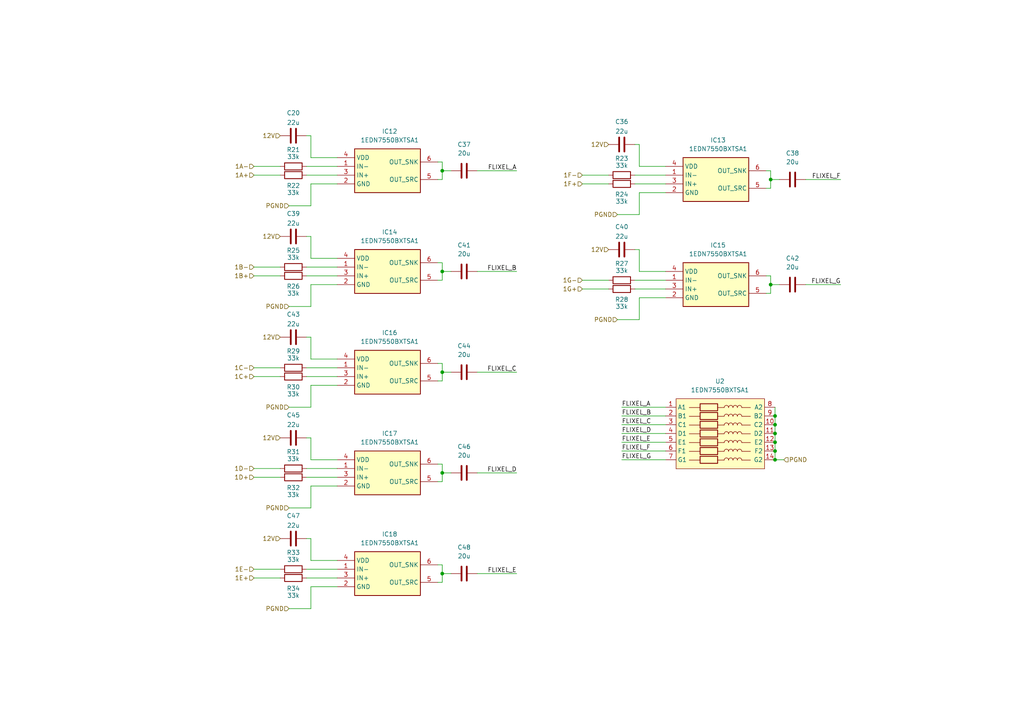
<source format=kicad_sch>
(kicad_sch (version 20250114) (generator "eeschema") (generator_version "9.0")
  (paper "A4")
  (lib_symbols
    (symbol "1EDN7550BXTSA1:1EDN7550BXTSA1"
      (property "Reference" "IC3" (at 15.24 7.62 0))
      (property "Value" "1EDN7550BXTSA1" (at 15.24 5.08 0))
      (symbol "1EDN7550BXTSA1_1_1"
        (rectangle (start 5.08 2.54) (end 24.13 -10.16) (stroke (width 0.254)) (fill (type background)))
        (pin bidirectional line (at 0 0 0) (length 5.08) (name "VDD") (number "4"))
        (pin bidirectional line (at 0 -2.54 0) (length 5.08) (name "IN-") (number "1"))
        (pin bidirectional line (at 0 -5.08 0) (length 5.08) (name "IN+") (number "3"))
        (pin bidirectional line (at 0 -7.62 0) (length 5.08) (name "GND") (number "2"))
        (pin output line (at 29.21 -1.27 180) (length 5.08) (name "OUT_SNK") (number "6"))
        (pin output line (at 29.21 -6.35 180) (length 5.08) (name "OUT_SRC") (number "5"))
      )
    )
    (symbol "Device:C" (pin_numbers (hide yes)) (pin_names (offset 0.254))
      (property "Reference" "C" (at 0.635 2.54 0))
      (property "Value" "C" (at 0.635 -2.54 0))
      (symbol "C_0_1"
        (polyline (pts (xy -2.032 0.762) (xy 2.032 0.762)) (stroke (width 0.508)))
        (polyline (pts (xy -2.032 -0.762) (xy 2.032 -0.762)) (stroke (width 0.508)))
      )
      (symbol "C_1_1"
        (pin passive line (at 0 3.81 270) (length 2.794) (name "~") (number "1"))
        (pin passive line (at 0 -3.81 90) (length 2.794) (name "~") (number "2"))
      )
    )
    (symbol "Device:R" (pin_numbers (hide yes)) (pin_names (offset 0))
      (property "Reference" "R" (at 2.032 0 90))
      (property "Value" "R" (at 0 0 90))
      (symbol "R_0_1"
        (rectangle (start -1.016 -2.54) (end 1.016 2.54) (stroke (width 0.254)))
      )
      (symbol "R_1_1"
        (pin passive line (at 0 3.81 270) (length 1.27) (name "~") (number "1"))
        (pin passive line (at 0 -3.81 90) (length 1.27) (name "~") (number "2"))
      )
    )
    (symbol "flipdot_7xarray:flipdot_7xarray"
      (property "Reference" "U1" (at -2.0107 3.7147 0))
      (property "Value" "~" (at -2.0107 1.1747 0))
      (symbol "flipdot_7xarray_0_1"
        (polyline (pts (xy -10.9259 -3.9053) (xy -7.7498 -3.9052)))
        (polyline (pts (xy -10.9259 -6.4453) (xy -7.7498 -6.4452)))
        (polyline (pts (xy -10.9259 -8.9853) (xy -7.7498 -8.9852)))
        (polyline (pts (xy -10.9259 -11.5253) (xy -7.7498 -11.5252)))
        (polyline (pts (xy -10.9259 -14.0653) (xy -7.7498 -14.0652)))
        (polyline (pts (xy -10.9259 -16.6053) (xy -7.7498 -16.6052)))
        (polyline (pts (xy -10.9259 -19.1453) (xy -7.7498 -19.1452)))
        (rectangle (start -7.7543 -2.8088) (end -2.6743 -4.8408) (stroke (width 0.254)))
        (rectangle (start -7.7543 -5.3488) (end -2.6743 -7.3808) (stroke (width 0.254)))
        (rectangle (start -7.7543 -7.8888) (end -2.6743 -9.9208) (stroke (width 0.254)))
        (rectangle (start -7.7543 -10.4288) (end -2.6743 -12.4608) (stroke (width 0.254)))
        (rectangle (start -7.7543 -12.9688) (end -2.6743 -15.0008) (stroke (width 0.254)))
        (rectangle (start -7.7543 -15.5088) (end -2.6743 -17.5408) (stroke (width 0.254)))
        (rectangle (start -7.7543 -18.0488) (end -2.6743 -20.0808) (stroke (width 0.254)))
        (polyline (pts (xy -2.6873 -3.911) (xy -0.7658 -3.8949)))
        (polyline (pts (xy -2.6873 -6.451) (xy -0.7658 -6.4349)))
        (polyline (pts (xy -2.6873 -8.991) (xy -0.7658 -8.9749)))
        (polyline (pts (xy -2.6873 -11.531) (xy -0.7658 -11.5149)))
        (polyline (pts (xy -2.6873 -14.071) (xy -0.7658 -14.0549)))
        (polyline (pts (xy -2.6873 -16.611) (xy -0.7658 -16.5949)))
        (polyline (pts (xy -2.6873 -19.151) (xy -0.7658 -19.1349)))
        (arc (start -0.7659 -3.9053) (mid -0.1309 -3.273) (end 0.5041 -3.9053))
        (arc (start -0.7659 -6.4453) (mid -0.1309 -5.813) (end 0.5041 -6.4453))
        (arc (start -0.7659 -8.9853) (mid -0.1309 -8.353) (end 0.5041 -8.9853))
        (arc (start -0.7659 -11.5253) (mid -0.1309 -10.893) (end 0.5041 -11.5253))
        (arc (start -0.7659 -14.0653) (mid -0.1309 -13.433) (end 0.5041 -14.0653))
        (arc (start -0.7659 -16.6053) (mid -0.1309 -15.973) (end 0.5041 -16.6053))
        (arc (start -0.7659 -19.1453) (mid -0.1309 -18.513) (end 0.5041 -19.1453))
        (arc (start 0.5041 -3.9053) (mid 1.1391 -3.273) (end 1.7741 -3.9053))
        (arc (start 0.5041 -6.4453) (mid 1.1391 -5.813) (end 1.7741 -6.4453))
        (arc (start 0.5041 -8.9853) (mid 1.1391 -8.353) (end 1.7741 -8.9853))
        (arc (start 0.5041 -11.5253) (mid 1.1391 -10.893) (end 1.7741 -11.5253))
        (arc (start 0.5041 -14.0653) (mid 1.1391 -13.433) (end 1.7741 -14.0653))
        (arc (start 0.5041 -16.6053) (mid 1.1391 -15.973) (end 1.7741 -16.6053))
        (arc (start 0.5041 -19.1453) (mid 1.1391 -18.513) (end 1.7741 -19.1453))
        (arc (start 1.7741 -3.9053) (mid 2.4091 -3.273) (end 3.0441 -3.9053))
        (arc (start 1.7741 -6.4453) (mid 2.4091 -5.813) (end 3.0441 -6.4453))
        (arc (start 1.7741 -8.9853) (mid 2.4091 -8.353) (end 3.0441 -8.9853))
        (arc (start 1.7741 -11.5253) (mid 2.4091 -10.893) (end 3.0441 -11.5253))
        (arc (start 1.7741 -14.0653) (mid 2.4091 -13.433) (end 3.0441 -14.0653))
        (arc (start 1.7741 -16.6053) (mid 2.4091 -15.973) (end 3.0441 -16.6053))
        (arc (start 1.7741 -19.1453) (mid 2.4091 -18.513) (end 3.0441 -19.1453))
        (arc (start 3.0441 -3.9053) (mid 3.6791 -3.273) (end 4.3141 -3.9053))
        (arc (start 3.0441 -6.4453) (mid 3.6791 -5.813) (end 4.3141 -6.4453))
        (arc (start 3.0441 -8.9853) (mid 3.6791 -8.353) (end 4.3141 -8.9853))
        (arc (start 3.0441 -11.5253) (mid 3.6791 -10.893) (end 4.3141 -11.5253))
        (arc (start 3.0441 -14.0653) (mid 3.6791 -13.433) (end 4.3141 -14.0653))
        (arc (start 3.0441 -16.6053) (mid 3.6791 -15.973) (end 4.3141 -16.6053))
        (arc (start 3.0441 -19.1453) (mid 3.6791 -18.513) (end 4.3141 -19.1453))
        (polyline (pts (xy 4.3141 -3.9053) (xy 6.8541 -3.9053)))
        (polyline (pts (xy 4.3141 -6.4453) (xy 6.8541 -6.4453)))
        (polyline (pts (xy 4.3141 -8.9853) (xy 6.8541 -8.9853)))
        (polyline (pts (xy 4.3141 -11.5253) (xy 6.8541 -11.5253)))
        (polyline (pts (xy 4.3141 -14.0653) (xy 6.8541 -14.0653)))
        (polyline (pts (xy 4.3141 -16.6053) (xy 6.8541 -16.6053)))
        (polyline (pts (xy 4.3141 -19.1453) (xy 6.8541 -19.1453)))
      )
      (symbol "flipdot_7xarray_1_1"
        (rectangle (start -14.7359 -1.3653) (end 10.9477 -21.6853) (fill (type background)))
        (pin passive line (at -17.78 -3.81 0) (length 3) (name "A1") (number "1"))
        (pin passive line (at -17.78 -6.35 0) (length 3) (name "B1") (number "2"))
        (pin passive line (at -17.78 -8.89 0) (length 3) (name "C1") (number "3"))
        (pin passive line (at -17.78 -11.43 0) (length 3) (name "D1") (number "4"))
        (pin passive line (at -17.78 -13.97 0) (length 3) (name "E1") (number "5"))
        (pin passive line (at -17.78 -16.51 0) (length 3) (name "F1") (number "6"))
        (pin passive line (at -17.78 -19.05 0) (length 3) (name "G1") (number "7"))
        (pin passive line (at 13.97 -3.81 180) (length 3) (name "A2") (number "8"))
        (pin passive line (at 13.97 -6.35 180) (length 3) (name "B2") (number "9"))
        (pin passive line (at 13.97 -8.89 180) (length 3) (name "C2") (number "10"))
        (pin passive line (at 13.97 -11.43 180) (length 3) (name "D2") (number "11"))
        (pin passive line (at 13.97 -13.97 180) (length 3) (name "E2") (number "12"))
        (pin passive line (at 13.97 -16.51 180) (length 3) (name "F2") (number "13"))
        (pin passive line (at 13.97 -19.05 180) (length 3) (name "G2") (number "14"))
      )
    )
  )
  (junction (at 128.27 49.53))
  (junction (at 128.27 78.74))
  (junction (at 128.27 137.16))
  (junction (at 224.79 123.19))
  (junction (at 224.79 130.81))
  (junction (at 223.52 52.07))
  (junction (at 224.79 128.27))
  (junction (at 224.79 125.73))
  (junction (at 223.52 82.55))
  (junction (at 128.27 166.37))
  (junction (at 128.27 107.95))
  (junction (at 224.79 133.35))
  (junction (at 224.79 120.65))
  (wire (pts (xy 73.66 48.26) (xy 81.28 48.26)))
  (wire (pts (xy 138.43 107.95) (xy 149.86 107.95)))
  (wire (pts (xy 193.04 55.88) (xy 185.42 55.88)))
  (wire (pts (xy 222.25 80.01) (xy 223.52 80.01)))
  (wire (pts (xy 90.17 82.55) (xy 90.17 88.9)))
  (wire (pts (xy 127 163.83) (xy 128.27 163.83)))
  (wire (pts (xy 138.43 49.53) (xy 149.86 49.53)))
  (wire (pts (xy 73.66 80.01) (xy 81.28 80.01)))
  (wire (pts (xy 224.79 128.27) (xy 224.79 130.81)))
  (wire (pts (xy 83.82 118.11) (xy 90.17 118.11)))
  (wire (pts (xy 73.66 167.64) (xy 81.28 167.64)))
  (wire (pts (xy 184.15 81.28) (xy 193.04 81.28)))
  (wire (pts (xy 73.66 106.68) (xy 81.28 106.68)))
  (wire (pts (xy 88.9 48.26) (xy 97.79 48.26)))
  (wire (pts (xy 88.9 138.43) (xy 97.79 138.43)))
  (wire (pts (xy 73.66 77.47) (xy 81.28 77.47)))
  (wire (pts (xy 88.9 68.58) (xy 90.17 68.58)))
  (wire (pts (xy 88.9 109.22) (xy 97.79 109.22)))
  (wire (pts (xy 233.68 52.07) (xy 243.84 52.07)))
  (wire (pts (xy 127 168.91) (xy 128.27 168.91)))
  (wire (pts (xy 224.79 123.19) (xy 224.79 125.73)))
  (wire (pts (xy 128.27 107.95) (xy 128.27 110.49)))
  (wire (pts (xy 88.9 80.01) (xy 97.79 80.01)))
  (wire (pts (xy 224.79 120.65) (xy 224.79 123.19)))
  (wire (pts (xy 233.68 82.55) (xy 243.84 82.55)))
  (wire (pts (xy 127 110.49) (xy 128.27 110.49)))
  (wire (pts (xy 127 134.62) (xy 128.27 134.62)))
  (wire (pts (xy 88.9 39.37) (xy 90.17 39.37)))
  (wire (pts (xy 97.79 82.55) (xy 90.17 82.55)))
  (wire (pts (xy 88.9 156.21) (xy 90.17 156.21)))
  (wire (pts (xy 88.9 97.79) (xy 90.17 97.79)))
  (wire (pts (xy 185.42 78.74) (xy 193.04 78.74)))
  (wire (pts (xy 128.27 166.37) (xy 128.27 168.91)))
  (wire (pts (xy 128.27 163.83) (xy 128.27 166.37)))
  (wire (pts (xy 180.34 130.81) (xy 193.04 130.81)))
  (wire (pts (xy 223.52 52.07) (xy 226.06 52.07)))
  (wire (pts (xy 223.52 82.55) (xy 223.52 85.09)))
  (wire (pts (xy 90.17 140.97) (xy 90.17 147.32)))
  (wire (pts (xy 168.91 83.82) (xy 176.53 83.82)))
  (wire (pts (xy 222.25 54.61) (xy 223.52 54.61)))
  (wire (pts (xy 83.82 147.32) (xy 90.17 147.32)))
  (wire (pts (xy 184.15 83.82) (xy 193.04 83.82)))
  (wire (pts (xy 127 139.7) (xy 128.27 139.7)))
  (wire (pts (xy 128.27 49.53) (xy 128.27 52.07)))
  (wire (pts (xy 224.79 133.35) (xy 227.33 133.35)))
  (wire (pts (xy 180.34 118.11) (xy 193.04 118.11)))
  (wire (pts (xy 73.66 135.89) (xy 81.28 135.89)))
  (wire (pts (xy 90.17 45.72) (xy 97.79 45.72)))
  (wire (pts (xy 223.52 82.55) (xy 226.06 82.55)))
  (wire (pts (xy 128.27 78.74) (xy 128.27 81.28)))
  (wire (pts (xy 138.43 78.74) (xy 149.86 78.74)))
  (wire (pts (xy 180.34 120.65) (xy 193.04 120.65)))
  (wire (pts (xy 223.52 52.07) (xy 223.52 54.61)))
  (wire (pts (xy 222.25 85.09) (xy 223.52 85.09)))
  (wire (pts (xy 180.34 123.19) (xy 193.04 123.19)))
  (wire (pts (xy 184.15 53.34) (xy 193.04 53.34)))
  (wire (pts (xy 138.43 137.16) (xy 149.86 137.16)))
  (wire (pts (xy 184.15 50.8) (xy 193.04 50.8)))
  (wire (pts (xy 223.52 80.01) (xy 223.52 82.55)))
  (wire (pts (xy 88.9 106.68) (xy 97.79 106.68)))
  (wire (pts (xy 128.27 137.16) (xy 130.81 137.16)))
  (wire (pts (xy 90.17 74.93) (xy 97.79 74.93)))
  (wire (pts (xy 97.79 111.76) (xy 90.17 111.76)))
  (wire (pts (xy 168.91 50.8) (xy 176.53 50.8)))
  (wire (pts (xy 90.17 97.79) (xy 90.17 104.14)))
  (wire (pts (xy 185.42 48.26) (xy 193.04 48.26)))
  (wire (pts (xy 127 81.28) (xy 128.27 81.28)))
  (wire (pts (xy 185.42 55.88) (xy 185.42 62.23)))
  (wire (pts (xy 97.79 53.34) (xy 90.17 53.34)))
  (wire (pts (xy 97.79 170.18) (xy 90.17 170.18)))
  (wire (pts (xy 90.17 170.18) (xy 90.17 176.53)))
  (wire (pts (xy 223.52 49.53) (xy 223.52 52.07)))
  (wire (pts (xy 90.17 111.76) (xy 90.17 118.11)))
  (wire (pts (xy 185.42 72.39) (xy 185.42 78.74)))
  (wire (pts (xy 184.15 72.39) (xy 185.42 72.39)))
  (wire (pts (xy 138.43 166.37) (xy 149.86 166.37)))
  (wire (pts (xy 127 52.07) (xy 128.27 52.07)))
  (wire (pts (xy 179.07 62.23) (xy 185.42 62.23)))
  (wire (pts (xy 168.91 53.34) (xy 176.53 53.34)))
  (wire (pts (xy 88.9 127) (xy 90.17 127)))
  (wire (pts (xy 128.27 46.99) (xy 128.27 49.53)))
  (wire (pts (xy 128.27 137.16) (xy 128.27 139.7)))
  (wire (pts (xy 90.17 39.37) (xy 90.17 45.72)))
  (wire (pts (xy 127 105.41) (xy 128.27 105.41)))
  (wire (pts (xy 90.17 68.58) (xy 90.17 74.93)))
  (wire (pts (xy 90.17 104.14) (xy 97.79 104.14)))
  (wire (pts (xy 97.79 140.97) (xy 90.17 140.97)))
  (wire (pts (xy 185.42 41.91) (xy 185.42 48.26)))
  (wire (pts (xy 88.9 165.1) (xy 97.79 165.1)))
  (wire (pts (xy 73.66 138.43) (xy 81.28 138.43)))
  (wire (pts (xy 168.91 81.28) (xy 176.53 81.28)))
  (wire (pts (xy 180.34 128.27) (xy 193.04 128.27)))
  (wire (pts (xy 83.82 88.9) (xy 90.17 88.9)))
  (wire (pts (xy 90.17 133.35) (xy 97.79 133.35)))
  (wire (pts (xy 88.9 50.8) (xy 97.79 50.8)))
  (wire (pts (xy 179.07 92.71) (xy 185.42 92.71)))
  (wire (pts (xy 128.27 105.41) (xy 128.27 107.95)))
  (wire (pts (xy 224.79 125.73) (xy 224.79 128.27)))
  (wire (pts (xy 88.9 135.89) (xy 97.79 135.89)))
  (wire (pts (xy 88.9 167.64) (xy 97.79 167.64)))
  (wire (pts (xy 127 46.99) (xy 128.27 46.99)))
  (wire (pts (xy 180.34 133.35) (xy 193.04 133.35)))
  (wire (pts (xy 83.82 176.53) (xy 90.17 176.53)))
  (wire (pts (xy 185.42 86.36) (xy 185.42 92.71)))
  (wire (pts (xy 128.27 78.74) (xy 130.81 78.74)))
  (wire (pts (xy 128.27 107.95) (xy 130.81 107.95)))
  (wire (pts (xy 184.15 41.91) (xy 185.42 41.91)))
  (wire (pts (xy 128.27 166.37) (xy 130.81 166.37)))
  (wire (pts (xy 128.27 76.2) (xy 128.27 78.74)))
  (wire (pts (xy 90.17 162.56) (xy 97.79 162.56)))
  (wire (pts (xy 128.27 134.62) (xy 128.27 137.16)))
  (wire (pts (xy 128.27 49.53) (xy 130.81 49.53)))
  (wire (pts (xy 90.17 156.21) (xy 90.17 162.56)))
  (wire (pts (xy 83.82 59.69) (xy 90.17 59.69)))
  (wire (pts (xy 193.04 86.36) (xy 185.42 86.36)))
  (wire (pts (xy 73.66 165.1) (xy 81.28 165.1)))
  (wire (pts (xy 73.66 50.8) (xy 81.28 50.8)))
  (wire (pts (xy 180.34 125.73) (xy 193.04 125.73)))
  (wire (pts (xy 224.79 118.11) (xy 224.79 120.65)))
  (wire (pts (xy 90.17 127) (xy 90.17 133.35)))
  (wire (pts (xy 88.9 77.47) (xy 97.79 77.47)))
  (wire (pts (xy 224.79 130.81) (xy 224.79 133.35)))
  (wire (pts (xy 90.17 53.34) (xy 90.17 59.69)))
  (wire (pts (xy 73.66 109.22) (xy 81.28 109.22)))
  (wire (pts (xy 127 76.2) (xy 128.27 76.2)))
  (wire (pts (xy 222.25 49.53) (xy 223.52 49.53)))
  (label "FLIXEL_E" (at 180.34 128.27 0))
  (label "FLIXEL_B" (at 149.86 78.74 180))
  (label "FLIXEL_F" (at 243.84 52.07 180))
  (label "FLIXEL_F" (at 180.34 130.81 0))
  (label "FLIXEL_D" (at 180.34 125.73 0))
  (label "FLIXEL_D" (at 149.86 137.16 180))
  (label "FLIXEL_A" (at 149.86 49.53 180))
  (label "FLIXEL_C" (at 180.34 123.19 0))
  (label "FLIXEL_C" (at 149.86 107.95 180))
  (label "FLIXEL_G" (at 243.84 82.55 180))
  (label "FLIXEL_G" (at 180.34 133.35 0))
  (label "FLIXEL_E" (at 149.86 166.37 180))
  (label "FLIXEL_B" (at 180.34 120.65 0))
  (label "FLIXEL_A" (at 180.34 118.11 0))
  (hierarchical_label "12V" (shape input) (at 176.53 41.91 180))
  (hierarchical_label "PGND" (shape input) (at 227.33 133.35 0))
  (hierarchical_label "1B+" (shape input) (at 73.66 80.01 180))
  (hierarchical_label "12V" (shape input) (at 176.53 72.39 180))
  (hierarchical_label "1C+" (shape input) (at 73.66 109.22 180))
  (hierarchical_label "1A+" (shape input) (at 73.66 50.8 180))
  (hierarchical_label "12V" (shape input) (at 81.28 39.37 180))
  (hierarchical_label "PGND" (shape input) (at 179.07 92.71 180))
  (hierarchical_label "12V" (shape input) (at 81.28 68.58 180))
  (hierarchical_label "1C-" (shape input) (at 73.66 106.68 180))
  (hierarchical_label "1G-" (shape input) (at 168.91 81.28 180))
  (hierarchical_label "12V" (shape input) (at 81.28 156.21 180))
  (hierarchical_label "PGND" (shape input) (at 83.82 147.32 180))
  (hierarchical_label "1E-" (shape input) (at 73.66 165.1 180))
  (hierarchical_label "12V" (shape input) (at 81.28 127 180))
  (hierarchical_label "PGND" (shape input) (at 83.82 59.69 180))
  (hierarchical_label "PGND" (shape input) (at 83.82 88.9 180))
  (hierarchical_label "1F-" (shape input) (at 168.91 50.8 180))
  (hierarchical_label "1D+" (shape input) (at 73.66 138.43 180))
  (hierarchical_label "1D-" (shape input) (at 73.66 135.89 180))
  (hierarchical_label "1E+" (shape input) (at 73.66 167.64 180))
  (hierarchical_label "1B-" (shape input) (at 73.66 77.47 180))
  (hierarchical_label "1F+" (shape input) (at 168.91 53.34 180))
  (hierarchical_label "PGND" (shape input) (at 179.07 62.23 180))
  (hierarchical_label "1G+" (shape input) (at 168.91 83.82 180))
  (hierarchical_label "PGND" (shape input) (at 83.82 118.11 180))
  (hierarchical_label "PGND" (shape input) (at 83.82 176.53 180))
  (hierarchical_label "12V" (shape input) (at 81.28 97.79 180))
  (hierarchical_label "1A-" (shape input) (at 73.66 48.26 180))
  (symbol (lib_id "Device:C") (at 134.62 49.53 90) (unit 1)
    (property "Reference" "C37" (at 134.62 41.91 90))
    (property "Value" "20u" (at 134.62 44.45 90))
    (property "Footprint" "Capacitor_SMD:C_0201_0603Metric" (effects (hide yes)))
    (property "Description" "Unpolarized capacitor" (effects (hide yes)))
  )
  (symbol (lib_id "1EDN7550BXTSA1:1EDN7550BXTSA1") (at 193.04 78.74 0) (unit 1)
    (property "Reference" "IC15" (at 208.28 71.12 0))
    (property "Value" "1EDN7550BXTSA1" (at 208.28 73.66 0))
    (property "Footprint" "SOT95P280X145-6N" (effects (hide yes)))
    (property "Datasheet" "https://www.infineon.com/cms/en/product/power/gate-driver-ics/?" (effects (hide yes)))
    (property "Description" "INFINEON - 1EDN7550BXTSA1 - MOSFET Driver, High Side, 4.5V to 20V Supply, 8A Out, 45ns Delay, SOT-23-6" (effects (hide yes)))
    (property "Height" "1.45" (effects (hide yes)))
    (property "Mouser Part Number" "726-1EDN7550BXTSA1" (effects (hide yes)))
    (property "Mouser Price/Stock" "https://www.mouser.co.uk/ProductDetail/Infineon-Technologies/1EDN7550BXTSA1?qs=55YtniHzbhAbvf50ccXD7g%3D%3D" (effects (hide yes)))
    (property "Manufacturer_Name" "Infineon" (effects (hide yes)))
    (property "Manufacturer_Part_Number" "1EDN7550BXTSA1" (effects (hide yes)))
  )
  (symbol (lib_id "Device:R") (at 85.09 165.1 270) (unit 1)
    (property "Reference" "R33" (at 85.09 160.274 90))
    (property "Value" "33k" (at 85.09 162.306 90))
    (property "Description" "Resistor" (effects (hide yes)))
  )
  (symbol (lib_id "Device:R") (at 85.09 138.43 270) (unit 1)
    (property "Reference" "R32" (at 85.09 141.478 90))
    (property "Value" "33k" (at 85.09 143.51 90))
    (property "Description" "Resistor" (effects (hide yes)))
  )
  (symbol (lib_id "1EDN7550BXTSA1:1EDN7550BXTSA1") (at 97.79 104.14 0) (unit 1)
    (property "Reference" "IC16" (at 113.03 96.52 0))
    (property "Value" "1EDN7550BXTSA1" (at 113.03 99.06 0))
    (property "Footprint" "SOT95P280X145-6N" (effects (hide yes)))
    (property "Datasheet" "https://www.infineon.com/cms/en/product/power/gate-driver-ics/?" (effects (hide yes)))
    (property "Description" "INFINEON - 1EDN7550BXTSA1 - MOSFET Driver, High Side, 4.5V to 20V Supply, 8A Out, 45ns Delay, SOT-23-6" (effects (hide yes)))
    (property "Height" "1.45" (effects (hide yes)))
    (property "Mouser Part Number" "726-1EDN7550BXTSA1" (effects (hide yes)))
    (property "Mouser Price/Stock" "https://www.mouser.co.uk/ProductDetail/Infineon-Technologies/1EDN7550BXTSA1?qs=55YtniHzbhAbvf50ccXD7g%3D%3D" (effects (hide yes)))
    (property "Manufacturer_Name" "Infineon" (effects (hide yes)))
    (property "Manufacturer_Part_Number" "1EDN7550BXTSA1" (effects (hide yes)))
  )
  (symbol (lib_id "Device:C") (at 85.09 156.21 90) (unit 1)
    (property "Reference" "C47" (at 85.09 149.606 90))
    (property "Value" "22u" (at 85.09 152.4 90))
    (property "Description" "Unpolarized capacitor" (effects (hide yes)))
  )
  (symbol (lib_id "Device:C") (at 134.62 137.16 90) (unit 1)
    (property "Reference" "C46" (at 134.62 129.54 90))
    (property "Value" "20u" (at 134.62 132.08 90))
    (property "Footprint" "Capacitor_SMD:C_0201_0603Metric" (effects (hide yes)))
    (property "Description" "Unpolarized capacitor" (effects (hide yes)))
  )
  (symbol (lib_id "1EDN7550BXTSA1:1EDN7550BXTSA1") (at 193.04 48.26 0) (unit 1)
    (property "Reference" "IC13" (at 208.28 40.64 0))
    (property "Value" "1EDN7550BXTSA1" (at 208.28 43.18 0))
    (property "Footprint" "SOT95P280X145-6N" (effects (hide yes)))
    (property "Datasheet" "https://www.infineon.com/cms/en/product/power/gate-driver-ics/?" (effects (hide yes)))
    (property "Description" "INFINEON - 1EDN7550BXTSA1 - MOSFET Driver, High Side, 4.5V to 20V Supply, 8A Out, 45ns Delay, SOT-23-6" (effects (hide yes)))
    (property "Height" "1.45" (effects (hide yes)))
    (property "Mouser Part Number" "726-1EDN7550BXTSA1" (effects (hide yes)))
    (property "Mouser Price/Stock" "https://www.mouser.co.uk/ProductDetail/Infineon-Technologies/1EDN7550BXTSA1?qs=55YtniHzbhAbvf50ccXD7g%3D%3D" (effects (hide yes)))
    (property "Manufacturer_Name" "Infineon" (effects (hide yes)))
    (property "Manufacturer_Part_Number" "1EDN7550BXTSA1" (effects (hide yes)))
  )
  (symbol (lib_id "Device:R") (at 85.09 48.26 270) (unit 1)
    (property "Reference" "R21" (at 85.09 43.434 90))
    (property "Value" "33k" (at 85.09 45.466 90))
    (property "Description" "Resistor" (effects (hide yes)))
  )
  (symbol (lib_id "Device:R") (at 85.09 135.89 270) (unit 1)
    (property "Reference" "R31" (at 85.09 131.064 90))
    (property "Value" "33k" (at 85.09 133.096 90))
    (property "Description" "Resistor" (effects (hide yes)))
  )
  (symbol (lib_id "Device:C") (at 85.09 97.79 90) (unit 1)
    (property "Reference" "C43" (at 85.09 91.186 90))
    (property "Value" "22u" (at 85.09 93.98 90))
    (property "Description" "Unpolarized capacitor" (effects (hide yes)))
  )
  (symbol (lib_id "Device:R") (at 85.09 167.64 270) (unit 1)
    (property "Reference" "R34" (at 85.09 170.688 90))
    (property "Value" "33k" (at 85.09 172.72 90))
    (property "Description" "Resistor" (effects (hide yes)))
  )
  (symbol (lib_id "Device:R") (at 85.09 77.47 270) (unit 1)
    (property "Reference" "R25" (at 85.09 72.644 90))
    (property "Value" "33k" (at 85.09 74.676 90))
    (property "Description" "Resistor" (effects (hide yes)))
  )
  (symbol (lib_id "Device:R") (at 180.34 50.8 270) (unit 1)
    (property "Reference" "R23" (at 180.34 45.974 90))
    (property "Value" "33k" (at 180.34 48.006 90))
    (property "Description" "Resistor" (effects (hide yes)))
  )
  (symbol (lib_id "Device:R") (at 85.09 109.22 270) (unit 1)
    (property "Reference" "R30" (at 85.09 112.268 90))
    (property "Value" "33k" (at 85.09 114.3 90))
    (property "Description" "Resistor" (effects (hide yes)))
  )
  (symbol (lib_id "Device:R") (at 180.34 83.82 270) (unit 1)
    (property "Reference" "R28" (at 180.34 86.868 90))
    (property "Value" "33k" (at 180.34 88.9 90))
    (property "Description" "Resistor" (effects (hide yes)))
  )
  (symbol (lib_id "Device:C") (at 134.62 78.74 90) (unit 1)
    (property "Reference" "C41" (at 134.62 71.12 90))
    (property "Value" "20u" (at 134.62 73.66 90))
    (property "Footprint" "Capacitor_SMD:C_0201_0603Metric" (effects (hide yes)))
    (property "Description" "Unpolarized capacitor" (effects (hide yes)))
  )
  (symbol (lib_id "Device:C") (at 180.34 41.91 90) (unit 1)
    (property "Reference" "C36" (at 180.34 35.306 90))
    (property "Value" "22u" (at 180.34 38.1 90))
    (property "Description" "Unpolarized capacitor" (effects (hide yes)))
  )
  (symbol (lib_id "1EDN7550BXTSA1:1EDN7550BXTSA1") (at 97.79 45.72 0) (unit 1)
    (property "Reference" "IC12" (at 113.03 38.1 0))
    (property "Value" "1EDN7550BXTSA1" (at 113.03 40.64 0))
    (property "Footprint" "SOT95P280X145-6N" (effects (hide yes)))
    (property "Datasheet" "https://www.infineon.com/cms/en/product/power/gate-driver-ics/?" (effects (hide yes)))
    (property "Description" "INFINEON - 1EDN7550BXTSA1 - MOSFET Driver, High Side, 4.5V to 20V Supply, 8A Out, 45ns Delay, SOT-23-6" (effects (hide yes)))
    (property "Height" "1.45" (effects (hide yes)))
    (property "Mouser Part Number" "726-1EDN7550BXTSA1" (effects (hide yes)))
    (property "Mouser Price/Stock" "https://www.mouser.co.uk/ProductDetail/Infineon-Technologies/1EDN7550BXTSA1?qs=55YtniHzbhAbvf50ccXD7g%3D%3D" (effects (hide yes)))
    (property "Manufacturer_Name" "Infineon" (effects (hide yes)))
    (property "Manufacturer_Part_Number" "1EDN7550BXTSA1" (effects (hide yes)))
  )
  (symbol (lib_id "Device:R") (at 180.34 53.34 270) (unit 1)
    (property "Reference" "R24" (at 180.34 56.388 90))
    (property "Value" "33k" (at 180.34 58.42 90))
    (property "Description" "Resistor" (effects (hide yes)))
  )
  (symbol (lib_id "Device:C") (at 134.62 107.95 90) (unit 1)
    (property "Reference" "C44" (at 134.62 100.33 90))
    (property "Value" "20u" (at 134.62 102.87 90))
    (property "Footprint" "Capacitor_SMD:C_0201_0603Metric" (effects (hide yes)))
    (property "Description" "Unpolarized capacitor" (effects (hide yes)))
  )
  (symbol (lib_id "Device:R") (at 85.09 80.01 270) (unit 1)
    (property "Reference" "R26" (at 85.09 83.058 90))
    (property "Value" "33k" (at 85.09 85.09 90))
    (property "Description" "Resistor" (effects (hide yes)))
  )
  (symbol (lib_id "Device:C") (at 85.09 39.37 90) (unit 1)
    (property "Reference" "C20" (at 85.09 32.766 90))
    (property "Value" "22u" (at 85.09 35.56 90))
    (property "Description" "Unpolarized capacitor" (effects (hide yes)))
  )
  (symbol (lib_id "1EDN7550BXTSA1:1EDN7550BXTSA1") (at 97.79 74.93 0) (unit 1)
    (property "Reference" "IC14" (at 113.03 67.31 0))
    (property "Value" "1EDN7550BXTSA1" (at 113.03 69.85 0))
    (property "Footprint" "SOT95P280X145-6N" (effects (hide yes)))
    (property "Datasheet" "https://www.infineon.com/cms/en/product/power/gate-driver-ics/?" (effects (hide yes)))
    (property "Description" "INFINEON - 1EDN7550BXTSA1 - MOSFET Driver, High Side, 4.5V to 20V Supply, 8A Out, 45ns Delay, SOT-23-6" (effects (hide yes)))
    (property "Height" "1.45" (effects (hide yes)))
    (property "Mouser Part Number" "726-1EDN7550BXTSA1" (effects (hide yes)))
    (property "Mouser Price/Stock" "https://www.mouser.co.uk/ProductDetail/Infineon-Technologies/1EDN7550BXTSA1?qs=55YtniHzbhAbvf50ccXD7g%3D%3D" (effects (hide yes)))
    (property "Manufacturer_Name" "Infineon" (effects (hide yes)))
    (property "Manufacturer_Part_Number" "1EDN7550BXTSA1" (effects (hide yes)))
  )
  (symbol (lib_id "Device:R") (at 180.34 81.28 270) (unit 1)
    (property "Reference" "R27" (at 180.34 76.454 90))
    (property "Value" "33k" (at 180.34 78.486 90))
    (property "Description" "Resistor" (effects (hide yes)))
  )
  (symbol (lib_id "1EDN7550BXTSA1:1EDN7550BXTSA1") (at 97.79 133.35 0) (unit 1)
    (property "Reference" "IC17" (at 113.03 125.73 0))
    (property "Value" "1EDN7550BXTSA1" (at 113.03 128.27 0))
    (property "Footprint" "SOT95P280X145-6N" (effects (hide yes)))
    (property "Datasheet" "https://www.infineon.com/cms/en/product/power/gate-driver-ics/?" (effects (hide yes)))
    (property "Description" "INFINEON - 1EDN7550BXTSA1 - MOSFET Driver, High Side, 4.5V to 20V Supply, 8A Out, 45ns Delay, SOT-23-6" (effects (hide yes)))
    (property "Height" "1.45" (effects (hide yes)))
    (property "Mouser Part Number" "726-1EDN7550BXTSA1" (effects (hide yes)))
    (property "Mouser Price/Stock" "https://www.mouser.co.uk/ProductDetail/Infineon-Technologies/1EDN7550BXTSA1?qs=55YtniHzbhAbvf50ccXD7g%3D%3D" (effects (hide yes)))
    (property "Manufacturer_Name" "Infineon" (effects (hide yes)))
    (property "Manufacturer_Part_Number" "1EDN7550BXTSA1" (effects (hide yes)))
  )
  (symbol (lib_id "1EDN7550BXTSA1:1EDN7550BXTSA1") (at 97.79 162.56 0) (unit 1)
    (property "Reference" "IC18" (at 113.03 154.94 0))
    (property "Value" "1EDN7550BXTSA1" (at 113.03 157.48 0))
    (property "Footprint" "SOT95P280X145-6N" (effects (hide yes)))
    (property "Datasheet" "https://www.infineon.com/cms/en/product/power/gate-driver-ics/?" (effects (hide yes)))
    (property "Description" "INFINEON - 1EDN7550BXTSA1 - MOSFET Driver, High Side, 4.5V to 20V Supply, 8A Out, 45ns Delay, SOT-23-6" (effects (hide yes)))
    (property "Height" "1.45" (effects (hide yes)))
    (property "Mouser Part Number" "726-1EDN7550BXTSA1" (effects (hide yes)))
    (property "Mouser Price/Stock" "https://www.mouser.co.uk/ProductDetail/Infineon-Technologies/1EDN7550BXTSA1?qs=55YtniHzbhAbvf50ccXD7g%3D%3D" (effects (hide yes)))
    (property "Manufacturer_Name" "Infineon" (effects (hide yes)))
    (property "Manufacturer_Part_Number" "1EDN7550BXTSA1" (effects (hide yes)))
  )
  (symbol (lib_id "Device:R") (at 85.09 106.68 270) (unit 1)
    (property "Reference" "R29" (at 85.09 101.854 90))
    (property "Value" "33k" (at 85.09 103.886 90))
    (property "Description" "Resistor" (effects (hide yes)))
  )
  (symbol (lib_id "Device:C") (at 85.09 68.58 90) (unit 1)
    (property "Reference" "C39" (at 85.09 61.976 90))
    (property "Value" "22u" (at 85.09 64.77 90))
    (property "Description" "Unpolarized capacitor" (effects (hide yes)))
  )
  (symbol (lib_id "Device:C") (at 180.34 72.39 90) (unit 1)
    (property "Reference" "C40" (at 180.34 65.786 90))
    (property "Value" "22u" (at 180.34 68.58 90))
    (property "Description" "Unpolarized capacitor" (effects (hide yes)))
  )
  (symbol (lib_id "Device:C") (at 229.87 82.55 90) (unit 1)
    (property "Reference" "C42" (at 229.87 74.93 90))
    (property "Value" "20u" (at 229.87 77.47 90))
    (property "Footprint" "Capacitor_SMD:C_0201_0603Metric" (effects (hide yes)))
    (property "Description" "Unpolarized capacitor" (effects (hide yes)))
  )
  (symbol (lib_id "Device:C") (at 85.09 127 90) (unit 1)
    (property "Reference" "C45" (at 85.09 120.396 90))
    (property "Value" "22u" (at 85.09 123.19 90))
    (property "Description" "Unpolarized capacitor" (effects (hide yes)))
  )
  (symbol (lib_id "flipdot_7xarray:flipdot_7xarray") (at 210.82 114.3 0) (unit 1)
    (property "Reference" "U2" (at 208.8093 110.5853 0))
    (property "Value" "1EDN7550BXTSA1" (at 208.8093 113.1253 0))
    (property "Footprint" "dot_flipper:7_flip_dots" (effects (hide yes)))
  )
  (symbol (lib_id "Device:R") (at 85.09 50.8 270) (unit 1)
    (property "Reference" "R22" (at 85.09 53.848 90))
    (property "Value" "33k" (at 85.09 55.88 90))
    (property "Description" "Resistor" (effects (hide yes)))
  )
  (symbol (lib_id "Device:C") (at 229.87 52.07 90) (unit 1)
    (property "Reference" "C38" (at 229.87 44.45 90))
    (property "Value" "20u" (at 229.87 46.99 90))
    (property "Footprint" "Capacitor_SMD:C_0201_0603Metric" (effects (hide yes)))
    (property "Description" "Unpolarized capacitor" (effects (hide yes)))
  )
  (symbol (lib_id "Device:C") (at 134.62 166.37 90) (unit 1)
    (property "Reference" "C48" (at 134.62 158.75 90))
    (property "Value" "20u" (at 134.62 161.29 90))
    (property "Footprint" "Capacitor_SMD:C_0201_0603Metric" (effects (hide yes)))
    (property "Description" "Unpolarized capacitor" (effects (hide yes)))
  )
)
</source>
